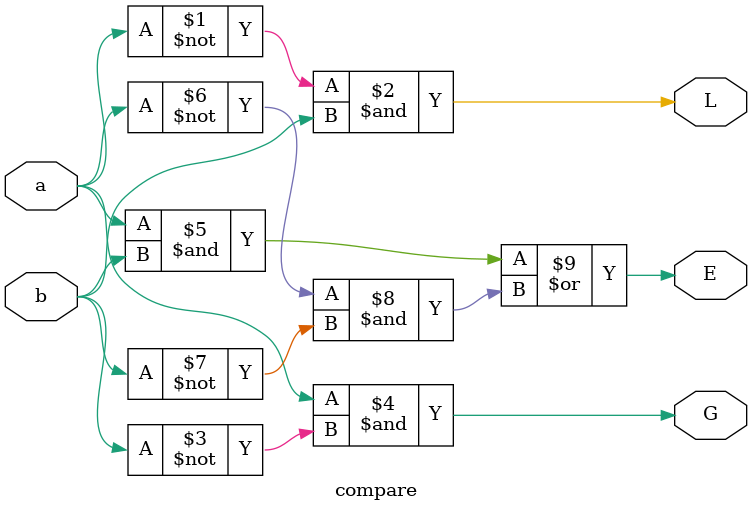
<source format=v>
module compare (a, b,L, E,G); 
input a, b;
output L, E, G;
wire L,E,G;
assign L = (~a)&b;
assign G = (a)&(~b);
assign E = (a&b)|((~a)&(~b));

endmodule
</source>
